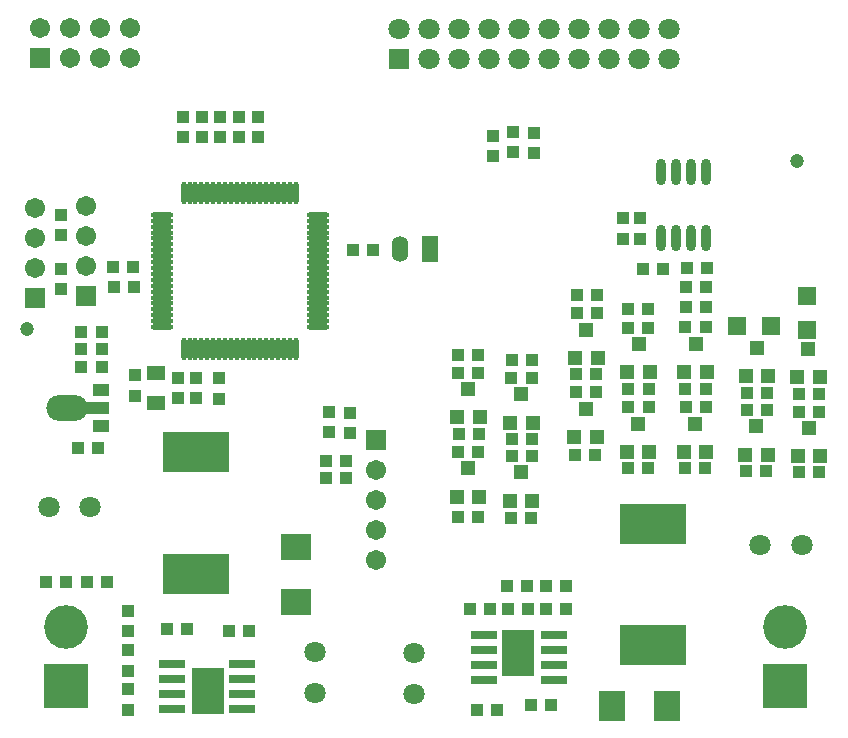
<source format=gts>
G04 Layer_Color=8388736*
%FSLAX25Y25*%
%MOIN*%
G70*
G01*
G75*
%ADD52R,0.03900X0.04300*%
%ADD53R,0.04300X0.03900*%
%ADD54R,0.22060X0.13792*%
%ADD55R,0.05918X0.04737*%
%ADD56R,0.04800X0.04800*%
%ADD57R,0.05918X0.06312*%
%ADD58R,0.05800X0.03950*%
%ADD59R,0.10800X0.03950*%
%ADD60O,0.13792X0.08674*%
%ADD61R,0.08800X0.09855*%
%ADD62R,0.08674X0.03162*%
%ADD63R,0.10642X0.15761*%
%ADD64O,0.07493X0.01981*%
%ADD65O,0.01981X0.07493*%
%ADD66R,0.06312X0.05918*%
%ADD67R,0.09855X0.08800*%
%ADD68O,0.03200X0.08800*%
%ADD69C,0.04737*%
%ADD70C,0.06706*%
%ADD71R,0.06706X0.06706*%
%ADD72C,0.07099*%
%ADD73R,0.07099X0.07099*%
%ADD74R,0.05524X0.08674*%
%ADD75O,0.05524X0.08674*%
%ADD76C,0.14579*%
%ADD77R,0.14579X0.14579*%
%ADD78R,0.06706X0.06706*%
%ADD79C,0.04000*%
D52*
X20300Y171100D02*
D03*
Y177800D02*
D03*
X73000Y116651D02*
D03*
Y123351D02*
D03*
X109600Y112149D02*
D03*
Y105449D02*
D03*
X116600Y112000D02*
D03*
Y105300D02*
D03*
X65300Y123549D02*
D03*
Y116849D02*
D03*
X59400Y123649D02*
D03*
Y116949D02*
D03*
X44900Y117651D02*
D03*
Y124351D02*
D03*
X20200Y159800D02*
D03*
Y153100D02*
D03*
X235200Y147300D02*
D03*
Y154000D02*
D03*
X228800Y147200D02*
D03*
Y153900D02*
D03*
X178000Y198500D02*
D03*
Y205200D02*
D03*
X170900Y198700D02*
D03*
Y205400D02*
D03*
X164500Y197600D02*
D03*
Y204300D02*
D03*
X86100Y210500D02*
D03*
Y203800D02*
D03*
X79800Y210500D02*
D03*
Y203800D02*
D03*
X73500Y210500D02*
D03*
Y203800D02*
D03*
X60900Y210500D02*
D03*
Y203800D02*
D03*
X67200Y210500D02*
D03*
Y203800D02*
D03*
X42700Y13000D02*
D03*
Y19700D02*
D03*
Y26000D02*
D03*
Y32700D02*
D03*
Y39100D02*
D03*
Y45800D02*
D03*
X213500Y170000D02*
D03*
Y176700D02*
D03*
X207600Y170000D02*
D03*
Y176700D02*
D03*
D53*
X44600Y153700D02*
D03*
X37900D02*
D03*
X115400Y90100D02*
D03*
X108700D02*
D03*
X115300Y95900D02*
D03*
X108600D02*
D03*
X170700Y129500D02*
D03*
X177400D02*
D03*
X170600Y97500D02*
D03*
X177300D02*
D03*
X177200Y123500D02*
D03*
X170500D02*
D03*
X176900Y76900D02*
D03*
X170200D02*
D03*
X170600Y103100D02*
D03*
X177300D02*
D03*
X273000Y92100D02*
D03*
X266300D02*
D03*
X273100Y118200D02*
D03*
X266400D02*
D03*
X273100Y112300D02*
D03*
X266400D02*
D03*
X255500Y92400D02*
D03*
X248800D02*
D03*
X255600Y118600D02*
D03*
X248900D02*
D03*
X255600Y112900D02*
D03*
X248900D02*
D03*
X216100Y93400D02*
D03*
X209400D02*
D03*
X209500Y113800D02*
D03*
X216200D02*
D03*
X216100Y140300D02*
D03*
X209400D02*
D03*
X209500Y119800D02*
D03*
X216200D02*
D03*
X209400Y146500D02*
D03*
X216100D02*
D03*
X198500Y97800D02*
D03*
X191800D02*
D03*
X235200Y140500D02*
D03*
X228500D02*
D03*
X221049Y159900D02*
D03*
X214349D02*
D03*
X228851Y160100D02*
D03*
X235551D02*
D03*
X228500Y119800D02*
D03*
X235200D02*
D03*
X228300Y93400D02*
D03*
X235000D02*
D03*
X228600Y113800D02*
D03*
X235300D02*
D03*
X159300Y77100D02*
D03*
X152600D02*
D03*
X152700Y131300D02*
D03*
X159400D02*
D03*
X159300Y125300D02*
D03*
X152600D02*
D03*
X152900Y104800D02*
D03*
X159600D02*
D03*
X152800Y99000D02*
D03*
X159500D02*
D03*
X192000Y124700D02*
D03*
X198700D02*
D03*
X192000Y119000D02*
D03*
X198700D02*
D03*
X198900Y145300D02*
D03*
X192200D02*
D03*
X192300Y151200D02*
D03*
X199000D02*
D03*
X26051Y100200D02*
D03*
X32751D02*
D03*
X33849Y138900D02*
D03*
X27149D02*
D03*
X33849Y133100D02*
D03*
X27149D02*
D03*
X33849Y127300D02*
D03*
X27149D02*
D03*
X175600Y54300D02*
D03*
X168900D02*
D03*
X188800Y46600D02*
D03*
X182100D02*
D03*
X188700Y54300D02*
D03*
X182000D02*
D03*
X158951Y13000D02*
D03*
X165651D02*
D03*
X83049Y39100D02*
D03*
X76349D02*
D03*
X62349Y40000D02*
D03*
X55649D02*
D03*
X163300Y46600D02*
D03*
X156600D02*
D03*
X176000D02*
D03*
X169300D02*
D03*
X176851Y14600D02*
D03*
X183551D02*
D03*
X29100Y55600D02*
D03*
X35800D02*
D03*
X15300D02*
D03*
X22000D02*
D03*
X117800Y166200D02*
D03*
X124500D02*
D03*
X44500Y160500D02*
D03*
X37800D02*
D03*
D54*
X65400Y58224D02*
D03*
Y98776D02*
D03*
X217800Y34424D02*
D03*
Y74976D02*
D03*
D55*
X52000Y125143D02*
D03*
Y115300D02*
D03*
D56*
X173680Y92065D02*
D03*
X169940Y82616D02*
D03*
X177421D02*
D03*
X173800Y118024D02*
D03*
X170060Y108576D02*
D03*
X177540D02*
D03*
X269500Y133324D02*
D03*
X265760Y123876D02*
D03*
X273240D02*
D03*
X269700Y106924D02*
D03*
X265960Y97476D02*
D03*
X273440D02*
D03*
X252280Y133665D02*
D03*
X248540Y124216D02*
D03*
X256021D02*
D03*
X252100Y107424D02*
D03*
X248360Y97976D02*
D03*
X255840D02*
D03*
X212700Y108324D02*
D03*
X208960Y98876D02*
D03*
X216440D02*
D03*
X212900Y134824D02*
D03*
X209160Y125376D02*
D03*
X216640D02*
D03*
X195200Y113224D02*
D03*
X191460Y103776D02*
D03*
X198940D02*
D03*
X231900Y134924D02*
D03*
X228160Y125476D02*
D03*
X235640D02*
D03*
X231700Y108324D02*
D03*
X227960Y98876D02*
D03*
X235440D02*
D03*
X156100Y119824D02*
D03*
X152360Y110376D02*
D03*
X159840D02*
D03*
X156000Y93424D02*
D03*
X152260Y83976D02*
D03*
X159740D02*
D03*
X195500Y139524D02*
D03*
X191760Y130076D02*
D03*
X199240D02*
D03*
D57*
X245591Y140900D02*
D03*
X257009D02*
D03*
D58*
X33643Y107595D02*
D03*
Y119405D02*
D03*
D59*
X31143Y113500D02*
D03*
D60*
X22226D02*
D03*
D61*
X203950Y14300D02*
D03*
X222450D02*
D03*
D62*
X161314Y27700D02*
D03*
Y37700D02*
D03*
Y32700D02*
D03*
Y22700D02*
D03*
X184700Y37700D02*
D03*
Y32700D02*
D03*
Y27700D02*
D03*
Y22700D02*
D03*
X80686Y23300D02*
D03*
Y13300D02*
D03*
Y18300D02*
D03*
Y28300D02*
D03*
X57300Y13300D02*
D03*
Y18300D02*
D03*
Y23300D02*
D03*
Y28300D02*
D03*
D63*
X172700Y31700D02*
D03*
X69300Y19300D02*
D03*
D64*
X105884Y140499D02*
D03*
Y142468D02*
D03*
Y144436D02*
D03*
Y146405D02*
D03*
Y148373D02*
D03*
Y150342D02*
D03*
Y152310D02*
D03*
Y154279D02*
D03*
Y156247D02*
D03*
Y158216D02*
D03*
Y160184D02*
D03*
Y162153D02*
D03*
Y164121D02*
D03*
Y166090D02*
D03*
Y168058D02*
D03*
Y170027D02*
D03*
Y171995D02*
D03*
Y173964D02*
D03*
Y175932D02*
D03*
Y177901D02*
D03*
X53916D02*
D03*
Y175932D02*
D03*
Y173964D02*
D03*
Y171995D02*
D03*
Y170027D02*
D03*
Y168058D02*
D03*
Y166090D02*
D03*
Y164121D02*
D03*
Y162153D02*
D03*
Y160184D02*
D03*
Y158216D02*
D03*
Y156247D02*
D03*
Y154279D02*
D03*
Y152310D02*
D03*
Y150342D02*
D03*
Y148373D02*
D03*
Y146405D02*
D03*
Y144436D02*
D03*
Y142468D02*
D03*
Y140499D02*
D03*
D65*
X98601Y185184D02*
D03*
X96632D02*
D03*
X94664D02*
D03*
X92695D02*
D03*
X90727D02*
D03*
X88758D02*
D03*
X86790D02*
D03*
X84821D02*
D03*
X82853D02*
D03*
X80884D02*
D03*
X78916D02*
D03*
X76947D02*
D03*
X74979D02*
D03*
X73010D02*
D03*
X71042D02*
D03*
X69073D02*
D03*
X67105D02*
D03*
X65136D02*
D03*
X63168D02*
D03*
X61199D02*
D03*
Y133216D02*
D03*
X63168D02*
D03*
X65136D02*
D03*
X67105D02*
D03*
X69073D02*
D03*
X71042D02*
D03*
X73010D02*
D03*
X74979D02*
D03*
X76947D02*
D03*
X78916D02*
D03*
X80884D02*
D03*
X82853D02*
D03*
X84821D02*
D03*
X86790D02*
D03*
X88758D02*
D03*
X90727D02*
D03*
X92695D02*
D03*
X94664D02*
D03*
X96632D02*
D03*
X98601D02*
D03*
D66*
X269100Y150809D02*
D03*
Y139391D02*
D03*
D67*
X98600Y67250D02*
D03*
Y48750D02*
D03*
D68*
X235300Y170300D02*
D03*
X230300D02*
D03*
X225300D02*
D03*
X220300D02*
D03*
Y192300D02*
D03*
X225300D02*
D03*
X230300D02*
D03*
X235300D02*
D03*
D69*
X265700Y195800D02*
D03*
X9100Y140000D02*
D03*
D70*
X125300Y62800D02*
D03*
Y72800D02*
D03*
Y82800D02*
D03*
Y92800D02*
D03*
X13200Y240300D02*
D03*
X23200Y230300D02*
D03*
Y240300D02*
D03*
X33200Y230300D02*
D03*
Y240300D02*
D03*
X43200Y230300D02*
D03*
Y240300D02*
D03*
X28800Y180700D02*
D03*
Y170700D02*
D03*
Y160700D02*
D03*
X11800Y180200D02*
D03*
Y170200D02*
D03*
Y160200D02*
D03*
D71*
X125300Y102800D02*
D03*
X28800Y150700D02*
D03*
X11800Y150200D02*
D03*
D72*
X222900Y239700D02*
D03*
X212900D02*
D03*
X202900D02*
D03*
X192900D02*
D03*
X182900D02*
D03*
X172900D02*
D03*
X162900D02*
D03*
X152900D02*
D03*
X142900D02*
D03*
X132900D02*
D03*
X222900Y229700D02*
D03*
X212900D02*
D03*
X202900D02*
D03*
X192900D02*
D03*
X182900D02*
D03*
X172900D02*
D03*
X162900D02*
D03*
X152900D02*
D03*
X142900D02*
D03*
X267179Y67900D02*
D03*
X253400D02*
D03*
X16220Y80500D02*
D03*
X30000D02*
D03*
X104900Y18420D02*
D03*
Y32200D02*
D03*
X138100Y31879D02*
D03*
Y18100D02*
D03*
D73*
X132900Y229700D02*
D03*
D74*
X143200Y166600D02*
D03*
D75*
X133200Y166600D02*
D03*
D76*
X261600Y40485D02*
D03*
X22000Y40385D02*
D03*
D77*
X261600Y20800D02*
D03*
X22000Y20700D02*
D03*
D78*
X13200Y230300D02*
D03*
D79*
X172989Y31400D02*
D03*
Y36400D02*
D03*
Y26400D02*
D03*
X69011Y19600D02*
D03*
Y14600D02*
D03*
Y24600D02*
D03*
M02*

</source>
